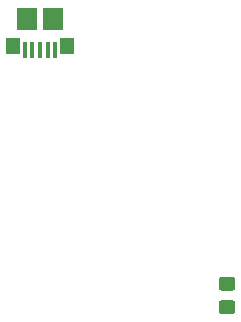
<source format=gtp>
%TF.GenerationSoftware,KiCad,Pcbnew,(5.1.10)-1*%
%TF.CreationDate,2021-08-25T17:12:23+08:00*%
%TF.ProjectId,wemos_board,77656d6f-735f-4626-9f61-72642e6b6963,rev?*%
%TF.SameCoordinates,Original*%
%TF.FileFunction,Paste,Top*%
%TF.FilePolarity,Positive*%
%FSLAX46Y46*%
G04 Gerber Fmt 4.6, Leading zero omitted, Abs format (unit mm)*
G04 Created by KiCad (PCBNEW (5.1.10)-1) date 2021-08-25 17:12:23*
%MOMM*%
%LPD*%
G01*
G04 APERTURE LIST*
%ADD10R,1.750000X1.900000*%
%ADD11R,0.400000X1.400000*%
%ADD12R,1.150000X1.450000*%
G04 APERTURE END LIST*
%TO.C,R1*%
G36*
G01*
X144789999Y-83490000D02*
X145690001Y-83490000D01*
G75*
G02*
X145940000Y-83739999I0J-249999D01*
G01*
X145940000Y-84440001D01*
G75*
G02*
X145690001Y-84690000I-249999J0D01*
G01*
X144789999Y-84690000D01*
G75*
G02*
X144540000Y-84440001I0J249999D01*
G01*
X144540000Y-83739999D01*
G75*
G02*
X144789999Y-83490000I249999J0D01*
G01*
G37*
G36*
G01*
X144789999Y-85490000D02*
X145690001Y-85490000D01*
G75*
G02*
X145940000Y-85739999I0J-249999D01*
G01*
X145940000Y-86440001D01*
G75*
G02*
X145690001Y-86690000I-249999J0D01*
G01*
X144789999Y-86690000D01*
G75*
G02*
X144540000Y-86440001I0J249999D01*
G01*
X144540000Y-85739999D01*
G75*
G02*
X144789999Y-85490000I249999J0D01*
G01*
G37*
%TD*%
D10*
%TO.C,J1*%
X128279698Y-61700000D03*
D11*
X130054698Y-64350000D03*
X130704698Y-64350000D03*
X128104698Y-64350000D03*
X128754698Y-64350000D03*
X129404698Y-64350000D03*
D10*
X130529698Y-61700000D03*
D12*
X127084698Y-63930000D03*
X131724698Y-63930000D03*
%TD*%
M02*

</source>
